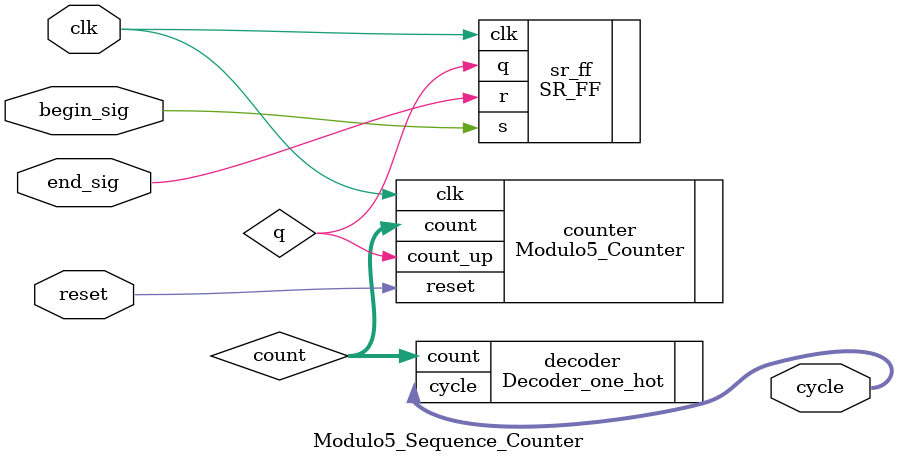
<source format=v>
module Modulo5_Sequence_Counter(
   input clk, reset, begin_sig, end_sig,
   output [4:0] cycle
);

    wire q;
    wire [2:0] count;

    SR_FF sr_ff (.s(begin_sig), .r(end_sig), .clk(clk), .q(q)); // daca begin_sig=1 porneste numararea (q=1), daca end_sig=1, opreste numararea (q=0)
    Modulo5_Counter counter (.clk(clk), .reset(reset), .count_up(q), .count(count)); //numara de la 0 la 4 cand q e activ, deci se trece in ciclul urmator
    Decoder_one_hot decoder (.count(count), .cycle(cycle)); // transforma valoarea contorului count intr-un semnal de iesire one-hot
// count=000 deci 0 => cycle=00001; count=010 deci 2 => cycle=00100 

endmodule
</source>
